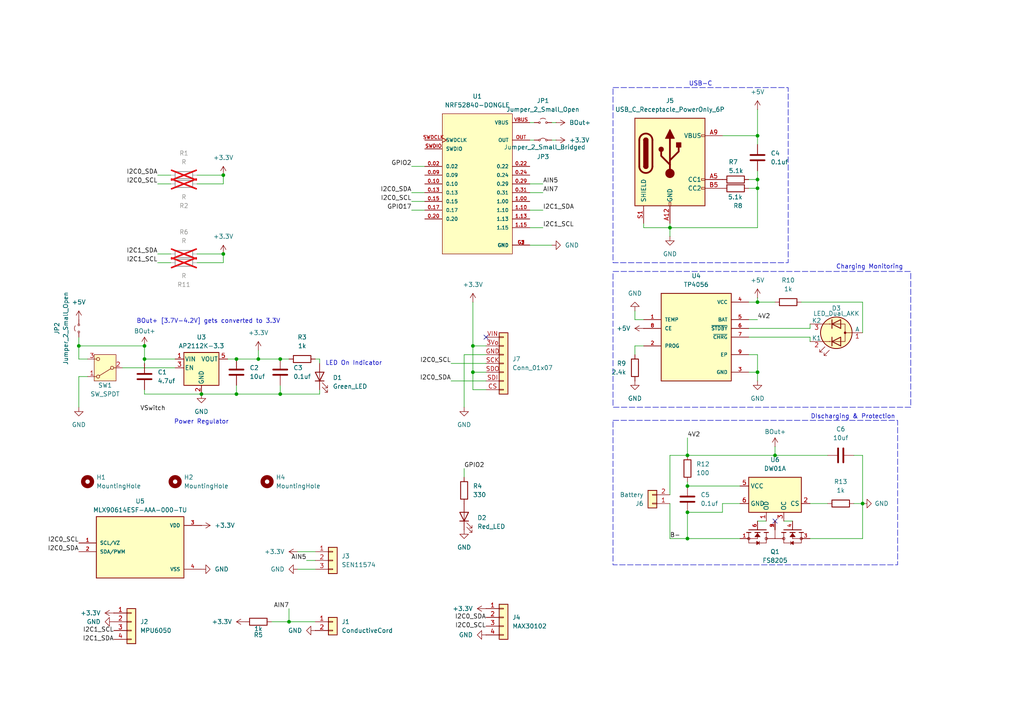
<source format=kicad_sch>
(kicad_sch (version 20231120) (generator "eeschema") (generator_version "8.0")
  (paper "A4")
  (lib_symbols
    (symbol "Battery_Management:DW01A"
      (property "Reference" "U" (at -6.604 6.35 0))
      (property "Value" "DW01A" (at 4.318 6.604 0))
      (symbol "DW01A_0_1"
        (pin output line (at -2.54 -7.62 90) (length 2.54) (name "OD") (number "1"))
        (pin input line (at 10.16 -2.54 180) (length 2.54) (name "CS") (number "2"))
        (pin output line (at 2.54 -7.62 90) (length 2.54) (name "OC") (number "3"))
        (pin power_in line (at -10.16 2.54 0) (length 2.54) (name "VCC") (number "5"))
        (pin power_in line (at -10.16 -2.54 0) (length 2.54) (name "GND") (number "6"))
      )
      (symbol "DW01A_1_1"
        (pin no_connect line (at 10.16 2.54 180) (length 2.54) hide (name "TD") (number "4"))
      )
    )
    (symbol "Connector:USB_C_Receptacle_PowerOnly_6P" (pin_names (offset 1.016))
      (property "Reference" "J" (at 0 16.51 0))
      (property "Value" "USB_C_Receptacle_PowerOnly_6P" (at 0 13.97 0))
      (symbol "USB_C_Receptacle_PowerOnly_6P_1_1"
        (pin passive line (at 0 -17.78 90) (length 5.08) (name "GND") (number "A12"))
        (pin bidirectional line (at 15.24 -5.08 180) (length 5.08) (name "CC1") (number "A5"))
        (pin passive line (at 15.24 7.62 180) (length 5.08) (name "VBUS") (number "A9"))
        (pin passive line (at 0 -17.78 90) (length 5.08) hide (name "GND") (number "B12"))
        (pin bidirectional line (at 15.24 -7.62 180) (length 5.08) (name "CC2") (number "B5"))
        (pin passive line (at 15.24 7.62 180) (length 5.08) hide (name "VBUS") (number "B9"))
        (pin passive line (at -7.62 -17.78 90) (length 5.08) (name "SHIELD") (number "S1"))
      )
    )
    (symbol "Connector_Generic:Conn_01x02" (pin_names (offset 1.016) hide)
      (property "Reference" "J" (at 0 2.54 0))
      (property "Value" "Conn_01x02" (at 0 -5.08 0))
      (symbol "Conn_01x02_1_1"
        (pin passive line (at -5.08 0 0) (length 3.81) (name "Pin_1") (number "1"))
        (pin passive line (at -5.08 -2.54 0) (length 3.81) (name "Pin_2") (number "2"))
      )
    )
    (symbol "Connector_Generic:Conn_01x03" (pin_names (offset 1.016) hide)
      (property "Reference" "J" (at 0 5.08 0))
      (property "Value" "Conn_01x03" (at 0 -5.08 0))
      (symbol "Conn_01x03_1_1"
        (pin passive line (at -5.08 2.54 0) (length 3.81) (name "Pin_1") (number "1"))
        (pin passive line (at -5.08 0 0) (length 3.81) (name "Pin_2") (number "2"))
        (pin passive line (at -5.08 -2.54 0) (length 3.81) (name "Pin_3") (number "3"))
      )
    )
    (symbol "Connector_Generic:Conn_01x04" (pin_names (offset 1.016) hide)
      (property "Reference" "J" (at 0 5.08 0))
      (property "Value" "Conn_01x04" (at 0 -7.62 0))
      (symbol "Conn_01x04_1_1"
        (pin passive line (at -5.08 2.54 0) (length 3.81) (name "Pin_1") (number "1"))
        (pin passive line (at -5.08 0 0) (length 3.81) (name "Pin_2") (number "2"))
        (pin passive line (at -5.08 -2.54 0) (length 3.81) (name "Pin_3") (number "3"))
        (pin passive line (at -5.08 -5.08 0) (length 3.81) (name "Pin_4") (number "4"))
      )
    )
    (symbol "Connector_Generic:Conn_01x07" (pin_names (offset 1.016) hide)
      (property "Reference" "J7" (at 2.54 1.2701 0))
      (property "Value" "Conn_01x07" (at 2.54 -1.2699 0))
      (symbol "Conn_01x07_1_1"
        (pin passive line (at -5.08 5.08 0) (length 3.81) (name "Pin_2") (number "3Vo"))
        (pin passive line (at -5.08 -7.62 0) (length 3.81) (name "Pin_7") (number "CS"))
        (pin passive line (at -5.08 2.54 0) (length 3.81) (name "Pin_3") (number "GND"))
        (pin passive line (at -5.08 0 0) (length 3.81) (name "Pin_4") (number "SCK"))
        (pin passive line (at -5.08 -5.08 0) (length 3.81) (name "Pin_6") (number "SDI"))
        (pin passive line (at -5.08 -2.54 0) (length 3.81) (name "Pin_5") (number "SDO"))
        (pin passive line (at -5.08 7.62 0) (length 3.81) (name "Pin_1") (number "VIN"))
      )
    )
    (symbol "Device:C" (pin_numbers hide) (pin_names (offset 0.254))
      (property "Reference" "C" (at 0.635 2.54 0))
      (property "Value" "C" (at 0.635 -2.54 0))
      (symbol "C_1_1"
        (pin passive line (at 0 3.81 270) (length 2.794) (name "~") (number "1"))
        (pin passive line (at 0 -3.81 90) (length 2.794) (name "~") (number "2"))
      )
    )
    (symbol "Device:LED" (pin_numbers hide) (pin_names (offset 1.016) hide)
      (property "Reference" "D" (at 0 2.54 0))
      (property "Value" "LED" (at 0 -2.54 0))
      (symbol "LED_1_1"
        (pin passive line (at -3.81 0 0) (length 2.54) (name "K") (number "1"))
        (pin passive line (at 3.81 0 180) (length 2.54) (name "A") (number "2"))
      )
    )
    (symbol "Device:LED_Dual_KAK" (pin_names (offset 0))
      (property "Reference" "D3" (at 0.0635 11.43 0))
      (property "Value" "LED_Dual_AKK" (at 0.0635 8.89 0))
      (symbol "LED_Dual_KAK_1_1"
        (pin input line (at -7.62 0 0) (length 3.048) (name "A") (number "1"))
        (pin input line (at 7.62 2.54 180) (length 3.81) (name "K1") (number "2"))
        (pin input line (at 7.62 -2.54 180) (length 3.81) (name "K2") (number "3"))
      )
    )
    (symbol "Device:R" (pin_numbers hide) (pin_names (offset 0))
      (property "Reference" "R" (at 2.032 0 90))
      (property "Value" "R" (at 0 0 90))
      (symbol "R_1_1"
        (pin passive line (at 0 3.81 270) (length 1.27) (name "~") (number "1"))
        (pin passive line (at 0 -3.81 90) (length 1.27) (name "~") (number "2"))
      )
    )
    (symbol "FS8205A:FS8205" (pin_names (offset 1.016))
      (property "Reference" "Q" (at 2.54 2.286 0))
      (property "Value" "FS8205" (at 2.54 -2.032 0))
      (symbol "FS8205_0_0"
        (pin passive line (at 0 -10.16 90) (length 2.54) (name "~") (number "1"))
        (pin passive line (at -5.08 0 0) (length 2.54) (name "~") (number "2"))
        (pin passive line (at 0 10.16 270) (length 2.54) (name "~") (number "3"))
        (pin passive line (at -5.08 5.08 0) (length 2.54) (name "~") (number "4"))
        (pin passive line (at -5.08 0 0) (length 2.54) (name "~") (number "5"))
        (pin passive line (at -5.08 -5.08 0) (length 2.54) (name "~") (number "6"))
      )
    )
    (symbol "Jumper:Jumper_2_Small_Bridged" (pin_numbers hide) (pin_names (offset 0) hide) (exclude_from_sim yes)
      (property "Reference" "JP" (at 0 2.032 0))
      (property "Value" "Jumper_2_Small_Bridged" (at 0 -2.286 0))
      (symbol "Jumper_2_Small_Bridged_1_1"
        (pin passive line (at -2.54 0 0) (length 1.27) (name "A") (number "1"))
        (pin passive line (at 2.54 0 180) (length 1.27) (name "B") (number "2"))
      )
    )
    (symbol "Jumper:Jumper_2_Small_Open" (pin_numbers hide) (pin_names (offset 0) hide) (exclude_from_sim yes)
      (property "Reference" "JP" (at 0 2.794 0))
      (property "Value" "Jumper_2_Small_Open" (at 0 -2.286 0))
      (symbol "Jumper_2_Small_Open_1_1"
        (pin passive line (at -2.54 0 0) (length 1.27) (name "A") (number "1"))
        (pin passive line (at 2.54 0 180) (length 1.27) (name "B") (number "2"))
      )
    )
    (symbol "MLX90614:MLX90614ESF-AAA-000-TU" (pin_names (offset 1.016))
      (property "Reference" "U" (at -12.7 8.382 0))
      (property "Value" "MLX90614ESF-AAA-000-TU" (at -12.7 -12.7 0))
      (symbol "MLX90614ESF-AAA-000-TU_0_0"
        (pin input line (at -17.78 0 0) (length 5.08) (name "SCL/VZ") (number "1"))
        (pin bidirectional line (at -17.78 -2.54 0) (length 5.08) (name "SDA/PWM") (number "2"))
        (pin power_in line (at 17.78 5.08 180) (length 5.08) (name "VDD") (number "3"))
        (pin power_in line (at 17.78 -7.62 180) (length 5.08) (name "VSS") (number "4"))
      )
    )
    (symbol "Mechanical:MountingHole" (pin_names (offset 1.016)) (exclude_from_sim yes) (in_bom no)
      (property "Reference" "H" (at 0 5.08 0))
      (property "Value" "MountingHole" (at 0 3.175 0))
    )
    (symbol "Regulator_Linear:AP2112K-3.3" (pin_names (offset 0.254))
      (property "Reference" "U" (at -5.08 5.715 0))
      (property "Value" "AP2112K-3.3" (at 0 5.715 0))
      (symbol "AP2112K-3.3_1_1"
        (pin power_in line (at -7.62 2.54 0) (length 2.54) (name "VIN") (number "1"))
        (pin power_in line (at 0 -7.62 90) (length 2.54) (name "GND") (number "2"))
        (pin input line (at -7.62 0 0) (length 2.54) (name "EN") (number "3"))
        (pin no_connect line (at 5.08 0 180) (length 2.54) hide (name "NC") (number "4"))
        (pin power_out line (at 7.62 2.54 180) (length 2.54) (name "VOUT") (number "5"))
      )
    )
    (symbol "Switch:SW_SPDT" (pin_names (offset 0) hide)
      (property "Reference" "SW" (at 0 5.08 0))
      (property "Value" "SW_SPDT" (at 0 -5.08 0))
      (symbol "SW_SPDT_1_1"
        (pin passive line (at 5.08 2.54 180) (length 2.54) (name "A") (number "1"))
        (pin passive line (at -5.08 0 0) (length 2.54) (name "B") (number "2"))
        (pin passive line (at 5.08 -2.54 180) (length 2.54) (name "C") (number "3"))
      )
    )
    (symbol "TP4056:TP4056" (pin_names (offset 1.016))
      (property "Reference" "U" (at -10.16 13.208 0))
      (property "Value" "TP4056" (at -10.16 -15.24 0))
      (symbol "TP4056_0_0"
        (pin input line (at -15.24 5.08 0) (length 5.08) (name "TEMP") (number "1"))
        (pin bidirectional line (at -15.24 -2.54 0) (length 5.08) (name "PROG") (number "2"))
        (pin power_in line (at 15.24 -10.16 180) (length 5.08) (name "GND") (number "3"))
        (pin power_in line (at 15.24 10.16 180) (length 5.08) (name "VCC") (number "4"))
        (pin output line (at 15.24 5.08 180) (length 5.08) (name "BAT") (number "5"))
        (pin output line (at 15.24 2.54 180) (length 5.08) (name "~{STDBY}") (number "6"))
        (pin output line (at 15.24 0 180) (length 5.08) (name "~{CHRG}") (number "7"))
        (pin input line (at -15.24 2.54 0) (length 5.08) (name "CE") (number "8"))
        (pin passive line (at 15.24 -5.08 180) (length 5.08) (name "EP") (number "9"))
      )
    )
    (symbol "lunarvitals:NRF52840-DONGLE" (pin_names (offset 1.016))
      (property "Reference" "U" (at -10.16 21.082 0))
      (property "Value" "NRF52840-DONGLE" (at -10.16 -22.86 0))
      (symbol "NRF52840-DONGLE_0_0"
        (pin bidirectional line (at -15.24 5.08 0) (length 5.08) (name "0.02") (number "0.02"))
        (pin bidirectional line (at -15.24 2.54 0) (length 5.08) (name "0.09") (number "0.09"))
        (pin bidirectional line (at -15.24 0 0) (length 5.08) (name "0.10") (number "0.10"))
        (pin bidirectional line (at -15.24 -2.54 0) (length 5.08) (name "0.13") (number "0.13"))
        (pin bidirectional line (at -15.24 -5.08 0) (length 5.08) (name "0.15") (number "0.15"))
        (pin bidirectional line (at -15.24 -7.62 0) (length 5.08) (name "0.17") (number "0.17"))
        (pin bidirectional line (at -15.24 -10.16 0) (length 5.08) (name "0.20") (number "0.20"))
        (pin bidirectional line (at 15.24 5.08 180) (length 5.08) (name "0.22") (number "0.22"))
        (pin bidirectional line (at 15.24 2.54 180) (length 5.08) (name "0.24") (number "0.24"))
        (pin bidirectional line (at 15.24 0 180) (length 5.08) (name "0.29") (number "0.29"))
        (pin bidirectional line (at 15.24 -2.54 180) (length 5.08) (name "0.31") (number "0.31"))
        (pin bidirectional line (at 15.24 -5.08 180) (length 5.08) (name "1.00") (number "1.00"))
        (pin bidirectional line (at 15.24 -7.62 180) (length 5.08) (name "1.10") (number "1.10"))
        (pin bidirectional line (at 15.24 -10.16 180) (length 5.08) (name "1.13") (number "1.13"))
        (pin bidirectional line (at 15.24 -12.7 180) (length 5.08) (name "1.15") (number "1.15"))
        (pin power_in line (at 15.24 -17.78 180) (length 5.08) (name "GND") (number "G1"))
        (pin power_in line (at 15.24 -17.78 180) (length 5.08) (name "GND") (number "G2"))
        (pin power_in line (at 15.24 -17.78 180) (length 5.08) (name "GND") (number "G3"))
        (pin output line (at 15.24 12.7 180) (length 5.08) (name "OUT") (number "OUT"))
        (pin input clock (at -15.24 12.7 0) (length 5.08) (name "SWDCLK") (number "SWDCLK"))
        (pin bidirectional line (at -15.24 10.16 0) (length 5.08) (name "SWDIO") (number "SWDIO"))
        (pin power_in line (at 15.24 17.78 180) (length 5.08) (name "VBUS") (number "VBUS"))
      )
    )
    (symbol "power:+3.3V" (power) (pin_numbers hide) (pin_names (offset 0) hide)
      (property "Value" "+3.3V" (at 0 3.556 0))
      (symbol "+3.3V_1_1"
        (pin power_in line (at 0 0 90) (length 0) (name "~") (number "1"))
      )
    )
    (symbol "power:GND" (power) (pin_numbers hide) (pin_names (offset 0) hide)
      (property "Value" "GND" (at 0 -3.81 0))
      (symbol "GND_1_1"
        (pin power_in line (at 0 0 270) (length 0) (name "~") (number "1"))
      )
    )
  )
  (junction (at 137.16 107.95))
  (junction (at 137.16 100.33))
  (junction (at 219.71 107.95))
  (junction (at 224.79 132.08))
  (junction (at 22.86 100.33))
  (junction (at 64.77 73.66))
  (junction (at 68.58 114.3))
  (junction (at 41.91 100.33))
  (junction (at 199.39 140.97))
  (junction (at 219.71 87.63))
  (junction (at 81.28 114.3))
  (junction (at 219.71 39.37))
  (junction (at 250.19 146.05))
  (junction (at 58.42 114.3))
  (junction (at 199.39 156.21))
  (junction (at 68.58 104.14))
  (junction (at 81.28 104.14))
  (junction (at 64.77 50.8))
  (junction (at 219.71 54.61))
  (junction (at 219.71 52.07))
  (junction (at 74.93 104.14))
  (junction (at 199.39 132.08))
  (junction (at 41.91 104.14))
  (junction (at 194.31 66.04))
  (junction (at 199.39 148.59))
  (junction (at 83.82 180.34))
  (no_connect (at 140.97 97.79))
  (no_connect (at 224.79 151.13))
  (wire (pts (xy 186.69 64.77) (xy 186.69 66.04)))
  (wire (pts (xy 219.71 87.63) (xy 217.17 87.63)))
  (wire (pts (xy 217.17 92.71) (xy 219.71 92.71)))
  (wire (pts (xy 137.16 100.33) (xy 140.97 100.33)))
  (wire (pts (xy 134.62 102.87) (xy 134.62 118.11)))
  (wire (pts (xy 219.71 87.63) (xy 224.79 87.63)))
  (wire (pts (xy 217.17 97.79) (xy 234.95 97.79)))
  (wire (pts (xy 184.15 100.33) (xy 184.15 102.87)))
  (wire (pts (xy 219.71 66.04) (xy 194.31 66.04)))
  (wire (pts (xy 81.28 111.76) (xy 81.28 114.3)))
  (wire (pts (xy 140.97 107.95) (xy 137.16 107.95)))
  (wire (pts (xy 250.19 146.05) (xy 247.65 146.05)))
  (wire (pts (xy 22.86 104.14) (xy 22.86 100.33)))
  (wire (pts (xy 68.58 104.14) (xy 74.93 104.14)))
  (wire (pts (xy 250.19 87.63) (xy 250.19 96.52)))
  (wire (pts (xy 153.67 53.34) (xy 157.48 53.34)))
  (wire (pts (xy 130.81 110.49) (xy 140.97 110.49)))
  (wire (pts (xy 41.91 100.33) (xy 41.91 104.14)))
  (wire (pts (xy 140.97 102.87) (xy 134.62 102.87)))
  (wire (pts (xy 88.9 162.56) (xy 91.44 162.56)))
  (wire (pts (xy 250.19 132.08) (xy 250.19 146.05)))
  (wire (pts (xy 81.28 104.14) (xy 83.82 104.14)))
  (wire (pts (xy 217.17 107.95) (xy 219.71 107.95)))
  (wire (pts (xy 184.15 90.17) (xy 184.15 92.71)))
  (wire (pts (xy 45.72 53.34) (xy 49.53 53.34)))
  (wire (pts (xy 199.39 140.97) (xy 214.63 140.97)))
  (wire (pts (xy 22.86 109.22) (xy 22.86 118.11)))
  (wire (pts (xy 219.71 31.75) (xy 219.71 39.37)))
  (wire (pts (xy 224.79 129.54) (xy 224.79 132.08)))
  (wire (pts (xy 35.56 106.68) (xy 50.8 106.68)))
  (wire (pts (xy 194.31 132.08) (xy 199.39 132.08)))
  (wire (pts (xy 45.72 73.66) (xy 49.53 73.66)))
  (wire (pts (xy 186.69 100.33) (xy 184.15 100.33)))
  (wire (pts (xy 219.71 86.36) (xy 219.71 87.63)))
  (wire (pts (xy 64.77 76.2) (xy 64.77 73.66)))
  (wire (pts (xy 153.67 71.12) (xy 160.02 71.12)))
  (wire (pts (xy 232.41 87.63) (xy 250.19 87.63)))
  (wire (pts (xy 92.71 113.03) (xy 92.71 114.3)))
  (wire (pts (xy 119.38 60.96) (xy 123.19 60.96)))
  (wire (pts (xy 41.91 104.14) (xy 50.8 104.14)))
  (wire (pts (xy 83.82 180.34) (xy 91.44 180.34)))
  (wire (pts (xy 209.55 39.37) (xy 219.71 39.37)))
  (wire (pts (xy 199.39 132.08) (xy 224.79 132.08)))
  (wire (pts (xy 194.31 156.21) (xy 199.39 156.21)))
  (wire (pts (xy 219.71 102.87) (xy 219.71 107.95)))
  (wire (pts (xy 45.72 50.8) (xy 49.53 50.8)))
  (wire (pts (xy 219.71 39.37) (xy 219.71 41.91)))
  (wire (pts (xy 25.4 104.14) (xy 22.86 104.14)))
  (wire (pts (xy 227.33 151.13) (xy 229.87 151.13)))
  (wire (pts (xy 153.67 66.04) (xy 157.48 66.04)))
  (wire (pts (xy 199.39 140.97) (xy 199.39 139.7)))
  (wire (pts (xy 41.91 114.3) (xy 58.42 114.3)))
  (wire (pts (xy 153.67 60.96) (xy 157.48 60.96)))
  (wire (pts (xy 91.44 104.14) (xy 92.71 104.14)))
  (wire (pts (xy 74.93 104.14) (xy 74.93 101.6)))
  (wire (pts (xy 186.69 66.04) (xy 194.31 66.04)))
  (wire (pts (xy 134.62 135.89) (xy 134.62 138.43)))
  (wire (pts (xy 234.95 93.98) (xy 234.95 95.25)))
  (wire (pts (xy 78.74 180.34) (xy 83.82 180.34)))
  (wire (pts (xy 57.15 76.2) (xy 64.77 76.2)))
  (wire (pts (xy 81.28 114.3) (xy 68.58 114.3)))
  (wire (pts (xy 74.93 104.14) (xy 81.28 104.14)))
  (wire (pts (xy 57.15 53.34) (xy 64.77 53.34)))
  (wire (pts (xy 194.31 66.04) (xy 194.31 68.58)))
  (wire (pts (xy 219.71 54.61) (xy 219.71 66.04)))
  (wire (pts (xy 92.71 104.14) (xy 92.71 105.41)))
  (wire (pts (xy 41.91 100.33) (xy 22.86 100.33)))
  (wire (pts (xy 57.15 50.8) (xy 64.77 50.8)))
  (wire (pts (xy 68.58 114.3) (xy 58.42 114.3)))
  (wire (pts (xy 160.02 40.64) (xy 161.29 40.64)))
  (wire (pts (xy 154.94 35.56) (xy 153.67 35.56)))
  (wire (pts (xy 234.95 146.05) (xy 240.03 146.05)))
  (wire (pts (xy 184.15 92.71) (xy 186.69 92.71)))
  (wire (pts (xy 247.65 132.08) (xy 250.19 132.08)))
  (wire (pts (xy 66.04 104.14) (xy 68.58 104.14)))
  (wire (pts (xy 209.55 148.59) (xy 199.39 148.59)))
  (wire (pts (xy 234.95 97.79) (xy 234.95 99.06)))
  (wire (pts (xy 217.17 52.07) (xy 219.71 52.07)))
  (wire (pts (xy 45.72 76.2) (xy 49.53 76.2)))
  (wire (pts (xy 41.91 104.14) (xy 41.91 105.41)))
  (wire (pts (xy 250.19 156.21) (xy 250.19 146.05)))
  (wire (pts (xy 194.31 146.05) (xy 194.31 156.21)))
  (wire (pts (xy 194.31 132.08) (xy 194.31 143.51)))
  (wire (pts (xy 119.38 48.26) (xy 123.19 48.26)))
  (wire (pts (xy 137.16 87.63) (xy 137.16 100.33)))
  (wire (pts (xy 219.71 52.07) (xy 219.71 54.61)))
  (wire (pts (xy 209.55 146.05) (xy 209.55 148.59)))
  (wire (pts (xy 119.38 58.42) (xy 123.19 58.42)))
  (wire (pts (xy 119.38 55.88) (xy 123.19 55.88)))
  (wire (pts (xy 217.17 102.87) (xy 219.71 102.87)))
  (wire (pts (xy 199.39 148.59) (xy 199.39 156.21)))
  (wire (pts (xy 86.36 160.02) (xy 91.44 160.02)))
  (wire (pts (xy 22.86 97.79) (xy 22.86 100.33)))
  (wire (pts (xy 86.36 165.1) (xy 91.44 165.1)))
  (wire (pts (xy 25.4 109.22) (xy 22.86 109.22)))
  (wire (pts (xy 153.67 40.64) (xy 154.94 40.64)))
  (wire (pts (xy 83.82 176.53) (xy 83.82 180.34)))
  (wire (pts (xy 219.71 151.13) (xy 222.25 151.13)))
  (wire (pts (xy 57.15 73.66) (xy 64.77 73.66)))
  (wire (pts (xy 199.39 127) (xy 199.39 132.08)))
  (wire (pts (xy 217.17 95.25) (xy 234.95 95.25)))
  (wire (pts (xy 41.91 113.03) (xy 41.91 114.3)))
  (wire (pts (xy 130.81 105.41) (xy 140.97 105.41)))
  (wire (pts (xy 214.63 146.05) (xy 209.55 146.05)))
  (wire (pts (xy 219.71 107.95) (xy 219.71 110.49)))
  (wire (pts (xy 199.39 156.21) (xy 214.63 156.21)))
  (wire (pts (xy 194.31 66.04) (xy 194.31 64.77)))
  (wire (pts (xy 153.67 55.88) (xy 157.48 55.88)))
  (wire (pts (xy 160.02 35.56) (xy 161.29 35.56)))
  (wire (pts (xy 219.71 49.53) (xy 219.71 52.07)))
  (wire (pts (xy 224.79 132.08) (xy 240.03 132.08)))
  (wire (pts (xy 137.16 113.03) (xy 137.16 107.95)))
  (wire (pts (xy 92.71 114.3) (xy 81.28 114.3)))
  (wire (pts (xy 68.58 111.76) (xy 68.58 114.3)))
  (wire (pts (xy 140.97 113.03) (xy 137.16 113.03)))
  (wire (pts (xy 217.17 54.61) (xy 219.71 54.61)))
  (wire (pts (xy 64.77 53.34) (xy 64.77 50.8)))
  (wire (pts (xy 137.16 107.95) (xy 137.16 100.33)))
  (wire (pts (xy 234.95 156.21) (xy 250.19 156.21)))
  (rectangle (start 177.8 121.92) (end 260.35 163.83) (stroke (width 0) (type dash)))
  (rectangle (start 177.8 25.4) (end 228.6 76.2) (stroke (width 0) (type dash)))
  (rectangle (start 177.8 78.74) (end 264.16 118.11) (stroke (width 0) (type dash)))
  (text "BOut+ [3.7V-4.2V] gets converted to 3.3V" (at 60.452 93.218 0) (effects (font (size 1.27 1.27))))
  (text "DIscharging & Protection" (at 247.396 120.904 0) (effects (font (size 1.27 1.27))))
  (text "USB-C" (at 203.2 24.384 0) (effects (font (size 1.27 1.27))))
  (text "LED On Indicator\n" (at 102.616 105.41 0) (effects (font (size 1.27 1.27))))
  (text "Power Regulator" (at 58.42 122.428 0) (effects (font (size 1.27 1.27))))
  (text "Charging Monitoring\n" (at 252.222 77.47 0) (effects (font (size 1.27 1.27))))
  (label "I2C0_SDA" (at 45.72 50.8 180))
  (label "4V2" (at 219.71 92.71 0))
  (label "GPIO2" (at 119.38 48.26 180))
  (label "I2C1_SDA" (at 45.72 73.66 180))
  (label "I2C1_SDA" (at 33.02 185.42 180))
  (label "VSwitch" (at 40.64 119.38 0))
  (label "I2C0_SDA" (at 130.81 110.49 180))
  (label "GPIO2" (at 134.62 135.89 0))
  (label "I2C0_SCL" (at 130.81 105.41 180))
  (label "I2C1_SDA" (at 157.48 60.96 0))
  (label "AIN5" (at 88.9 162.56 180))
  (label "GPIO17" (at 119.38 60.96 180))
  (label "AIN7" (at 157.48 55.88 0))
  (label "4V2" (at 199.39 127 0))
  (label "I2C1_SCL" (at 33.02 182.88 180))
  (label "I2C1_SCL" (at 45.72 76.2 180))
  (label "I2C0_SDA" (at 119.38 55.88 180))
  (label "AIN7" (at 83.82 176.53 180))
  (label "I2C0_SCL" (at 140.97 181.61 180))
  (label "I2C1_SCL" (at 157.48 66.04 0))
  (label "I2C0_SCL" (at 119.38 58.42 180))
  (label "I2C0_SCL" (at 45.72 53.34 180))
  (label "B-" (at 194.31 156.21 0))
  (label "I2C0_SDA" (at 140.97 179.07 180))
  (label "I2C0_SCL" (at 22.86 157.48 180))
  (label "AIN5" (at 157.48 53.34 0))
  (label "I2C0_SDA" (at 22.86 160.02 180))
  (symbol (lib_id "Device:R") (at 53.34 53.34 270) (mirror x) (unit 1) (in_bom no) (dnp yes)
    (property "Reference" "R2" (at 53.34 59.69 90))
    (property "Value" "R" (at 53.34 57.15 90))
    (property "Footprint" "Resistor_SMD:R_0805_2012Metric_Pad1.20x1.40mm_HandSolder" (effects (hide yes)))
    (property "Description" "Resistor" (effects (hide yes)))
  )
  (symbol (lib_id "power:GND") (at 134.62 118.11 0) (unit 1)
    (property "Reference" "#PWR030" (effects (hide yes)))
    (property "Value" "GND" (at 134.62 123.19 0))
    (property "Description" "Power symbol creates a global label with name \"GND\" , ground" (effects (hide yes)))
  )
  (symbol (lib_id "power:+3.3V") (at 74.93 101.6 0) (unit 1)
    (property "Reference" "#PWR013" (effects (hide yes)))
    (property "Value" "+3.3V" (at 74.93 96.52 0))
    (property "Description" "Power symbol creates a global label with name \"+3.3V\"" (effects (hide yes)))
  )
  (symbol (lib_id "Device:LED") (at 134.62 149.86 90) (unit 1) (in_bom no)
    (property "Reference" "D2" (at 138.43 150.1774 90) (effects (justify right)))
    (property "Value" "Red_LED" (at 138.43 152.7174 90) (effects (justify right)))
    (property "Footprint" "LED_THT:LED_D3.0mm" (effects (hide yes)))
    (property "Description" "Light emitting diode" (effects (hide yes)))
  )
  (symbol (lib_id "Device:R") (at 53.34 76.2 270) (mirror x) (unit 1) (in_bom no) (dnp yes)
    (property "Reference" "R11" (at 53.34 82.55 90))
    (property "Value" "R" (at 53.34 80.01 90))
    (property "Footprint" "Resistor_SMD:R_0805_2012Metric_Pad1.20x1.40mm_HandSolder" (effects (hide yes)))
    (property "Description" "Resistor" (effects (hide yes)))
  )
  (symbol (lib_id "Mechanical:MountingHole") (at 77.47 139.7 0) (unit 1) (exclude_from_sim yes) (in_bom no)
    (property "Reference" "H4" (at 80.01 138.4299 0) (effects (justify left)))
    (property "Value" "MountingHole" (at 80.01 140.9699 0) (effects (justify left)))
    (property "Footprint" "MountingHole:MountingHole_2.2mm_M2" (effects (hide yes)))
    (property "Description" "Mounting Hole without connection" (effects (hide yes)))
  )
  (symbol (lib_id "Mechanical:MountingHole") (at 25.4 139.7 0) (unit 1) (exclude_from_sim yes) (in_bom no)
    (property "Reference" "H1" (at 27.94 138.4299 0) (effects (justify left)))
    (property "Value" "MountingHole" (at 27.94 140.9699 0) (effects (justify left)))
    (property "Footprint" "MountingHole:MountingHole_2.2mm_M2" (effects (hide yes)))
    (property "Description" "Mounting Hole without connection" (effects (hide yes)))
  )
  (symbol (lib_id "Device:R") (at 184.15 106.68 0) (mirror y) (unit 1)
    (property "Reference" "R9" (at 181.61 105.4099 0) (effects (justify left)))
    (property "Value" "2.4k" (at 181.61 107.9499 0) (effects (justify left)))
    (property "Footprint" "Resistor_SMD:R_0402_1005Metric" (effects (hide yes)))
    (property "Description" "Resistor" (effects (hide yes)))
    (property "LCSC" "C22940" (effects (hide yes)))
  )
  (symbol (lib_id "MLX90614:MLX90614ESF-AAA-000-TU") (at 40.64 157.48 0) (unit 1) (in_bom no)
    (property "Reference" "U5" (at 40.64 145.3712 0))
    (property "Value" "MLX90614ESF-AAA-000-TU" (at 40.64 147.9112 0))
    (property "Footprint" "MLX90614ESF-AAA-000-TU:TO254P912H435-4" (effects (hide yes)))
    (property "MF" "Melexis" (effects (hide yes)))
    (property "MAXIMUM_PACKAGE_HEIGHT" "4.35mm" (effects (hide yes)))
    (property "Package" "TO-39-4 Melexis" (effects (hide yes)))
    (property "Price" "None" (effects (hide yes)))
    (property "Check_prices" "https://www.snapeda.com/parts/MLX90614ESF-AAA-000-TU/Melexis/view-part/?ref=eda" (effects (hide yes)))
    (property "STANDARD" "IPC-7351B" (effects (hide yes)))
    (property "PARTREV" "13" (effects (hide yes)))
    (property "SnapEDA_Link" "https://www.snapeda.com/parts/MLX90614ESF-AAA-000-TU/Melexis/view-part/?ref=snap" (effects (hide yes)))
    (property "MP" "MLX90614ESF-AAA-000-TU" (effects (hide yes)))
    (property "Description_1" "\n                        \n                            single pixel, 5V, standard acc., 90deg FOV\n                        \n" (effects (hide yes)))
    (property "Availability" "In Stock" (effects (hide yes)))
    (property "MANUFACTURER" "Melexis" (effects (hide yes)))
  )
  (symbol (lib_id "Switch:SW_SPDT") (at 30.48 106.68 180) (unit 1)
    (property "Reference" "SW1" (at 30.48 111.76 0))
    (property "Value" "SW_SPDT" (at 30.48 114.3 0))
    (property "Footprint" "Button_Switch_THT:SW_Slide_SPDT_Angled_CK_OS102011MA1Q" (effects (hide yes)))
    (property "Datasheet" "https://www.lcsc.com/datasheet/lcsc_datasheet_2409302203_C-K-OS102011MA1QN1_C226259.pdf" (effects (hide yes)))
    (property "Description" "Switch, single pole double throw" (effects (hide yes)))
    (property "LCSC" "C226259" (effects (hide yes)))
  )
  (symbol (lib_id "power:+3.3V") (at 58.42 152.4 270) (unit 1)
    (property "Reference" "#PWR06" (effects (hide yes)))
    (property "Value" "+3.3V" (at 62.23 152.3999 90) (effects (justify left)))
    (property "Description" "Power symbol creates a global label with name \"+3.3V\"" (effects (hide yes)))
  )
  (symbol (lib_id "Device:R") (at 228.6 87.63 90) (unit 1)
    (property "Reference" "R10" (at 228.6 81.28 90))
    (property "Value" "1k" (at 228.6 83.82 90))
    (property "Footprint" "Resistor_SMD:R_0402_1005Metric" (effects (hide yes)))
    (property "Description" "Resistor" (effects (hide yes)))
    (property "LCSC" "C11702" (effects (hide yes)))
  )
  (symbol (lib_id "Connector_Generic:Conn_01x02") (at 96.52 180.34 0) (unit 1)
    (property "Reference" "J1" (at 99.06 180.3399 0) (effects (justify left)))
    (property "Value" "ConductiveCord" (at 99.06 182.8799 0) (effects (justify left)))
    (property "Footprint" "Connector_JST:JST_XH_B2B-XH-A_1x02_P2.50mm_Vertical" (effects (hide yes)))
    (property "Description" "Generic connector, single row, 01x02, script generated (kicad-library-utils/schlib/autogen/connector/)" (effects (hide yes)))
    (property "LCSC" "C158012" (effects (hide yes)))
  )
  (symbol (lib_id "power:+3.3V") (at 33.02 177.8 90) (unit 1)
    (property "Reference" "#PWR08" (effects (hide yes)))
    (property "Value" "+3.3V" (at 29.21 177.7999 90) (effects (justify left)))
    (property "Description" "Power symbol creates a global label with name \"+3.3V\"" (effects (hide yes)))
  )
  (symbol (lib_id "power:+3.3V") (at 186.69 95.25 90) (unit 1)
    (property "Reference" "#PWR024" (effects (hide yes)))
    (property "Value" "+5V" (at 182.88 95.2499 90) (effects (justify left)))
    (property "Description" "Power symbol creates a global label with name \"+3.3V\"" (effects (hide yes)))
  )
  (symbol (lib_id "power:+3.3V") (at 161.29 35.56 270) (unit 1)
    (property "Reference" "#PWR02" (effects (hide yes)))
    (property "Value" "BOut+" (at 165.1 35.56 90) (effects (justify left)))
    (property "Description" "Power symbol creates a global label with name \"+3.3V\"" (effects (hide yes)))
  )
  (symbol (lib_id "power:GND") (at 58.42 165.1 90) (unit 1)
    (property "Reference" "#PWR07" (effects (hide yes)))
    (property "Value" "GND" (at 62.23 165.1001 90) (effects (justify right)))
    (property "Description" "Power symbol creates a global label with name \"GND\" , ground" (effects (hide yes)))
  )
  (symbol (lib_id "lunarvitals:NRF52840-DONGLE") (at 138.43 53.34 0) (unit 1) (in_bom no)
    (property "Reference" "U1" (at 138.43 27.94 0))
    (property "Value" "NRF52840-DONGLE" (at 138.43 30.48 0))
    (property "Footprint" "lunarvitals:MODULE_NRF52840-DONGLE" (effects (hide yes)))
    (property "MF" "Nordic Semiconductor" (effects (hide yes)))
    (property "MAXIMUM_PACKAGE_HEIGHT" "N/A" (effects (hide yes)))
    (property "Package" "None" (effects (hide yes)))
    (property "Price" "None" (effects (hide yes)))
    (property "Check_prices" "https://www.snapeda.com/parts/NRF52840-DONGLE/Nordic+Power/view-part/?ref=eda" (effects (hide yes)))
    (property "STANDARD" "Manufacturer Recommendations" (effects (hide yes)))
    (property "PARTREV" "1.1" (effects (hide yes)))
    (property "SnapEDA_Link" "https://www.snapeda.com/parts/NRF52840-DONGLE/Nordic+Power/view-part/?ref=snap" (effects (hide yes)))
    (property "MP" "NRF52840-DONGLE" (effects (hide yes)))
    (property "Description_1" "\n                        \n                            nRF52840 - Transceiver; 802.15.4 (Thread, Zigbee®), ANT, Bluetooth® 5.x (BLE) 2.4GHz Evaluation Board\n                        \n" (effects (hide yes)))
    (property "Availability" "In Stock" (effects (hide yes)))
    (property "MANUFACTURER" "Nordic semiconductor" (effects (hide yes)))
  )
  (symbol (lib_id "power:GND") (at 140.97 184.15 270) (unit 1)
    (property "Reference" "#PWR020" (effects (hide yes)))
    (property "Value" "GND" (at 137.16 184.1499 90) (effects (justify right)))
    (property "Description" "Power symbol creates a global label with name \"GND\" , ground" (effects (hide yes)))
  )
  (symbol (lib_id "Connector_Generic:Conn_01x04") (at 38.1 180.34 0) (unit 1)
    (property "Reference" "J2" (at 40.64 180.3399 0) (effects (justify left)))
    (property "Value" "MPU6050" (at 40.64 182.8799 0) (effects (justify left)))
    (property "Footprint" "Connector_JST:JST_XH_B4B-XH-A_1x04_P2.50mm_Vertical" (effects (hide yes)))
    (property "Description" "JST XA Header Through-hole type" (effects (hide yes)))
    (property "LCSC" "C144395" (effects (hide yes)))
  )
  (symbol (lib_id "power:GND") (at 33.02 180.34 270) (unit 1)
    (property "Reference" "#PWR05" (effects (hide yes)))
    (property "Value" "GND" (at 29.21 180.3399 90) (effects (justify right)))
    (property "Description" "Power symbol creates a global label with name \"GND\" , ground" (effects (hide yes)))
  )
  (symbol (lib_id "Device:R") (at 134.62 142.24 0) (unit 1)
    (property "Reference" "R4" (at 137.16 140.9699 0) (effects (justify left)))
    (property "Value" "330" (at 137.16 143.5099 0) (effects (justify left)))
    (property "Footprint" "Resistor_SMD:R_0402_1005Metric" (effects (hide yes)))
    (property "Description" "Resistor" (effects (hide yes)))
    (property "LCSC" "C12246" (effects (hide yes)))
  )
  (symbol (lib_id "Device:R") (at 213.36 54.61 90) (mirror x) (unit 1)
    (property "Reference" "R8" (at 215.392 59.69 90) (effects (justify left)))
    (property "Value" "5.1k" (at 215.392 57.15 90) (effects (justify left)))
    (property "Footprint" "Resistor_SMD:R_0402_1005Metric" (effects (hide yes)))
    (property "Description" "Resistor" (effects (hide yes)))
    (property "LCSC" "C25905" (effects (hide yes)))
  )
  (symbol (lib_id "power:+3.3V") (at 86.36 160.02 90) (unit 1)
    (property "Reference" "#PWR015" (effects (hide yes)))
    (property "Value" "+3.3V" (at 82.55 160.0199 90) (effects (justify left)))
    (property "Description" "Power symbol creates a global label with name \"+3.3V\"" (effects (hide yes)))
  )
  (symbol (lib_id "power:GND") (at 58.42 114.3 0) (unit 1)
    (property "Reference" "#PWR010" (effects (hide yes)))
    (property "Value" "GND" (at 58.42 119.38 0))
    (property "Description" "Power symbol creates a global label with name \"GND\" , ground" (effects (hide yes)))
  )
  (symbol (lib_id "TP4056:TP4056") (at 201.93 97.79 0) (unit 1)
    (property "Reference" "U4" (at 201.93 80.01 0))
    (property "Value" "TP4056" (at 201.93 82.55 0))
    (property "Footprint" "TP4056:SOP127P600X175-9N" (effects (hide yes)))
    (property "MF" "NanJing Top Power ASIC Corp." (effects (hide yes)))
    (property "MAXIMUM_PACKAGE_HEIGHT" "1.75mm" (effects (hide yes)))
    (property "Package" "Package" (effects (hide yes)))
    (property "Price" "None" (effects (hide yes)))
    (property "Check_prices" "https://www.snapeda.com/parts/TP4056/NanJing+Top+Power+ASIC+Corp./view-part/?ref=eda" (effects (hide yes)))
    (property "STANDARD" "IPC 7351B" (effects (hide yes)))
    (property "SnapEDA_Link" "https://www.snapeda.com/parts/TP4056/NanJing+Top+Power+ASIC+Corp./view-part/?ref=snap" (effects (hide yes)))
    (property "MP" "TP4056" (effects (hide yes)))
    (property "Description_1" "\n                        \n                            Complete single cell Li-Ion battery with a constant current / constant voltage linear charger\n                        \n" (effects (hide yes)))
    (property "Availability" "Not in stock" (effects (hide yes)))
    (property "MANUFACTURER" "NanJing Top Power ASIC Corp." (effects (hide yes)))
    (property "LCSC" "C16581" (effects (hide yes)))
  )
  (symbol (lib_id "Device:R") (at 53.34 73.66 90) (unit 1) (in_bom no) (dnp yes)
    (property "Reference" "R6" (at 53.34 67.31 90))
    (property "Value" "R" (at 53.34 69.85 90))
    (property "Footprint" "Resistor_SMD:R_0805_2012Metric_Pad1.20x1.40mm_HandSolder" (effects (hide yes)))
    (property "Description" "Resistor" (effects (hide yes)))
  )
  (symbol (lib_id "power:+3.3V") (at 219.71 86.36 0) (unit 1)
    (property "Reference" "#PWR027" (effects (hide yes)))
    (property "Value" "+5V" (at 219.71 81.28 0))
    (property "Description" "Power symbol creates a global label with name \"+3.3V\"" (effects (hide yes)))
  )
  (symbol (lib_id "power:+3.3V") (at 219.71 31.75 0) (unit 1)
    (property "Reference" "#PWR017" (effects (hide yes)))
    (property "Value" "+5V" (at 219.71 26.67 0))
    (property "Description" "Power symbol creates a global label with name \"+3.3V\"" (effects (hide yes)))
  )
  (symbol (lib_id "power:+3.3V") (at 22.86 92.71 0) (unit 1)
    (property "Reference" "#PWR032" (effects (hide yes)))
    (property "Value" "+5V" (at 22.86 87.63 0))
    (property "Description" "Power symbol creates a global label with name \"+3.3V\"" (effects (hide yes)))
  )
  (symbol (lib_id "power:+3.3V") (at 64.77 50.8 0) (unit 1)
    (property "Reference" "#PWR09" (effects (hide yes)))
    (property "Value" "+3.3V" (at 64.77 45.72 0))
    (property "Description" "Power symbol creates a global label with name \"+3.3V\"" (effects (hide yes)))
  )
  (symbol (lib_id "Connector:USB_C_Receptacle_PowerOnly_6P") (at 194.31 46.99 0) (unit 1)
    (property "Reference" "J5" (at 194.31 29.21 0))
    (property "Value" "USB_C_Receptacle_PowerOnly_6P" (at 194.31 31.75 0))
    (property "Footprint" "Connector_USB:USB_C_Receptacle_GCT_USB4125-xx-x-0190_6P_TopMnt_Horizontal" (effects (hide yes)))
    (property "Datasheet" "https://www.usb.org/sites/default/files/documents/usb_type-c.zip" (effects (hide yes)))
    (property "Description" "USB Power-Only 6P Type-C Receptacle connector" (effects (hide yes)))
    (property "LCSC" "C668623" (effects (hide yes)))
  )
  (symbol (lib_id "power:GND") (at 250.19 146.05 90) (unit 1)
    (property "Reference" "#PWR028" (effects (hide yes)))
    (property "Value" "GND" (at 253.6522 146.0499 90) (effects (justify right)))
    (property "Description" "Power symbol creates a global label with name \"GND\" , ground" (effects (hide yes)))
  )
  (symbol (lib_id "Device:C") (at 243.84 132.08 90) (unit 1)
    (property "Reference" "C6" (at 243.84 124.46 90))
    (property "Value" "10uf" (at 243.84 127 90))
    (property "Footprint" "Capacitor_SMD:C_0402_1005Metric" (effects (hide yes)))
    (property "Description" "Unpolarized capacitor" (effects (hide yes)))
    (property "LCSC" "C15525" (effects (hide yes)))
  )
  (symbol (lib_id "Device:R") (at 53.34 50.8 90) (unit 1) (in_bom no) (dnp yes)
    (property "Reference" "R1" (at 53.34 44.45 90))
    (property "Value" "R" (at 53.34 46.99 90))
    (property "Footprint" "Resistor_SMD:R_0805_2012Metric_Pad1.20x1.40mm_HandSolder" (effects (hide yes)))
    (property "Description" "Resistor" (effects (hide yes)))
  )
  (symbol (lib_id "power:GND") (at 184.15 90.17 180) (unit 1)
    (property "Reference" "#PWR025" (effects (hide yes)))
    (property "Value" "GND" (at 184.15 85.09 0))
    (property "Description" "Power symbol creates a global label with name \"GND\" , ground" (effects (hide yes)))
  )
  (symbol (lib_id "Device:LED_Dual_KAK") (at 242.57 96.52 180) (unit 1)
    (property "Reference" "D3" (at 242.57 89.408 0))
    (property "Value" "LED_Dual_AKK" (at 242.57 90.932 0))
    (property "Footprint" "lunar_vitals_custom:KB APBA3010SURKCGKC-GX" (effects (hide yes)))
    (property "Description" "Dual LED, common anode on pin 1" (effects (hide yes)))
    (property "LCSC" "C5875732" (effects (hide yes)))
  )
  (symbol (lib_id "Battery_Management:DW01A") (at 224.79 143.51 0) (unit 1)
    (property "Reference" "U6" (at 224.79 133.35 0))
    (property "Value" "DW01A" (at 224.79 135.89 0))
    (property "Footprint" "Package_TO_SOT_SMD:SOT-23-6" (effects (hide yes)))
    (property "Datasheet" "https://hmsemi.com/downfile/DW01A.PDF" (effects (hide yes)))
    (property "Description" "Overcharge, overcurrent and overdischarge protection IC for single cell lithium-ion/polymer battery" (effects (hide yes)))
    (property "LCSC" "C2927799" (effects (hide yes)))
  )
  (symbol (lib_id "Device:R") (at 74.93 180.34 90) (mirror x) (unit 1)
    (property "Reference" "R5" (at 74.93 184.15 90))
    (property "Value" "1k" (at 74.93 182.372 90))
    (property "Footprint" "Resistor_SMD:R_0402_1005Metric" (effects (hide yes)))
    (property "Description" "Resistor" (effects (hide yes)))
    (property "LCSC" "C11702" (effects (hide yes)))
  )
  (symbol (lib_id "power:GND") (at 184.15 110.49 0) (unit 1)
    (property "Reference" "#PWR018" (effects (hide yes)))
    (property "Value" "GND" (at 184.15 115.57 0))
    (property "Description" "Power symbol creates a global label with name \"GND\" , ground" (effects (hide yes)))
  )
  (symbol (lib_id "Connector_Generic:Conn_01x02") (at 189.23 146.05 180) (unit 1)
    (property "Reference" "J6" (at 186.69 146.0501 0) (effects (justify left)))
    (property "Value" "Battery" (at 186.69 143.5101 0) (effects (justify left)))
    (property "Footprint" "SM02B-SRSS-TB_LF__SN_:SM02B-SRSS-TB_LF__SN_" (effects (hide yes)))
    (property "Description" "Generic connector, single row, 01x02, script generated (kicad-library-utils/schlib/autogen/connector/)" (effects (hide yes)))
    (property "LCSC" "C160402" (effects (hide yes)))
  )
  (symbol (lib_id "Connector_Generic:Conn_01x04") (at 146.05 179.07 0) (unit 1)
    (property "Reference" "J4" (at 148.59 179.0699 0) (effects (justify left)))
    (property "Value" "MAX30102" (at 148.59 181.6099 0) (effects (justify left)))
    (property "Footprint" "Connector_JST:JST_XH_B4B-XH-A_1x04_P2.50mm_Vertical" (effects (hide yes)))
    (property "Description" "JST XA Header Through-hole type" (effects (hide yes)))
    (property "LCSC" "C144395" (effects (hide yes)))
  )
  (symbol (lib_id "power:+3.3V") (at 41.91 100.33 0) (unit 1)
    (property "Reference" "#PWR021" (effects (hide yes)))
    (property "Value" "BOut+" (at 38.862 96.012 0) (effects (justify left)))
    (property "Description" "Power symbol creates a global label with name \"+3.3V\"" (effects (hide yes)))
  )
  (symbol (lib_id "power:+3.3V") (at 140.97 176.53 90) (unit 1)
    (property "Reference" "#PWR012" (effects (hide yes)))
    (property "Value" "+3.3V" (at 137.16 176.5299 90) (effects (justify left)))
    (property "Description" "Power symbol creates a global label with name \"+3.3V\"" (effects (hide yes)))
  )
  (symbol (lib_id "power:+3.3V") (at 64.77 73.66 0) (unit 1)
    (property "Reference" "#PWR031" (effects (hide yes)))
    (property "Value" "+3.3V" (at 64.77 68.58 0))
    (property "Description" "Power symbol creates a global label with name \"+3.3V\"" (effects (hide yes)))
  )
  (symbol (lib_id "power:+3.3V") (at 224.79 129.54 0) (unit 1)
    (property "Reference" "#PWR029" (effects (hide yes)))
    (property "Value" "BOut+" (at 221.742 125.222 0) (effects (justify left)))
    (property "Description" "Power symbol creates a global label with name \"+3.3V\"" (effects (hide yes)))
  )
  (symbol (lib_id "power:GND") (at 194.31 68.58 0) (unit 1)
    (property "Reference" "#PWR03" (effects (hide yes)))
    (property "Value" "GND" (at 194.31 73.66 0))
    (property "Description" "Power symbol creates a global label with name \"GND\" , ground" (effects (hide yes)))
  )
  (symbol (lib_id "Jumper:Jumper_2_Small_Open") (at 22.86 95.25 90) (unit 1) (exclude_from_sim yes) (in_bom no)
    (property "Reference" "JP2" (at 16.51 95.25 0))
    (property "Value" "Jumper_2_Small_Open" (at 19.05 95.25 0))
    (property "Footprint" "Jumper:SolderJumper-2_P1.3mm_Open_RoundedPad1.0x1.5mm" (effects (hide yes)))
    (property "Description" "Jumper, 2-pole, small symbol, open" (effects (hide yes)))
  )
  (symbol (lib_id "Mechanical:MountingHole") (at 50.8 139.7 0) (unit 1) (exclude_from_sim yes) (in_bom no)
    (property "Reference" "H2" (at 53.34 138.4299 0) (effects (justify left)))
    (property "Value" "MountingHole" (at 53.34 140.9699 0) (effects (justify left)))
    (property "Footprint" "MountingHole:MountingHole_2.2mm_M2" (effects (hide yes)))
    (property "Description" "Mounting Hole without connection" (effects (hide yes)))
  )
  (symbol (lib_id "power:+3.3V") (at 161.29 40.64 270) (unit 1)
    (property "Reference" "#PWR014" (effects (hide yes)))
    (property "Value" "+3.3V" (at 165.1 40.6399 90) (effects (justify left)))
    (property "Description" "Power symbol creates a global label with name \"+3.3V\"" (effects (hide yes)))
  )
  (symbol (lib_id "power:GND") (at 134.62 153.67 0) (unit 1)
    (property "Reference" "#PWR023" (effects (hide yes)))
    (property "Value" "GND" (at 134.62 158.75 0))
    (property "Description" "Power symbol creates a global label with name \"GND\" , ground" (effects (hide yes)))
  )
  (symbol (lib_id "Device:R") (at 87.63 104.14 90) (unit 1)
    (property "Reference" "R3" (at 87.63 97.79 90))
    (property "Value" "1k" (at 87.63 100.33 90))
    (property "Footprint" "Resistor_SMD:R_0402_1005Metric" (effects (hide yes)))
    (property "Description" "Resistor" (effects (hide yes)))
    (property "LCSC" "C11702" (effects (hide yes)))
  )
  (symbol (lib_id "Jumper:Jumper_2_Small_Bridged") (at 157.48 40.64 0) (unit 1) (exclude_from_sim yes) (in_bom no)
    (property "Reference" "JP3" (at 157.48 45.466 0))
    (property "Value" "Jumper_2_Small_Bridged" (at 157.988 42.672 0))
    (property "Footprint" "Jumper:SolderJumper-2_P1.3mm_Bridged_RoundedPad1.0x1.5mm" (effects (hide yes)))
    (property "Description" "Jumper, 2-pole, small symbol, bridged" (effects (hide yes)))
  )
  (symbol (lib_id "Device:R") (at 243.84 146.05 270) (mirror x) (unit 1)
    (property "Reference" "R13" (at 243.84 139.7 90))
    (property "Value" "1k" (at 243.84 142.24 90))
    (property "Footprint" "Resistor_SMD:R_0402_1005Metric" (effects (hide yes)))
    (property "Description" "Resistor" (effects (hide yes)))
    (property "LCSC" "C11702" (effects (hide yes)))
  )
  (symbol (lib_id "Connector_Generic:Conn_01x07") (at 146.05 105.41 0) (unit 1) (in_bom no)
    (property "Reference" "J7" (at 148.59 104.1399 0) (effects (justify left)))
    (property "Value" "Conn_01x07" (at 148.59 106.6799 0) (effects (justify left)))
    (property "Footprint" "lunar_vitals_custom:bmp280breakout" (effects (hide yes)))
    (property "Description" "Generic connector, single row, 01x07, script generated (kicad-library-utils/schlib/autogen/connector/)" (effects (hide yes)))
  )
  (symbol (lib_id "power:GND") (at 219.71 110.49 0) (unit 1)
    (property "Reference" "#PWR026" (effects (hide yes)))
    (property "Value" "GND" (at 219.71 115.57 0))
    (property "Description" "Power symbol creates a global label with name \"GND\" , ground" (effects (hide yes)))
  )
  (symbol (lib_id "power:+3.3V") (at 137.16 87.63 0) (unit 1)
    (property "Reference" "#PWR022" (effects (hide yes)))
    (property "Value" "+3.3V" (at 137.16 82.55 0))
    (property "Description" "Power symbol creates a global label with name \"+3.3V\"" (effects (hide yes)))
  )
  (symbol (lib_id "Device:C") (at 81.28 107.95 0) (unit 1)
    (property "Reference" "C3" (at 85.09 106.6799 0) (effects (justify left)))
    (property "Value" "0.1uf" (at 85.09 109.2199 0) (effects (justify left)))
    (property "Footprint" "Capacitor_SMD:C_0402_1005Metric" (effects (hide yes)))
    (property "Description" "Unpolarized capacitor" (effects (hide yes)))
    (property "LCSC" "C1525" (effects (hide yes)))
  )
  (symbol (lib_id "Device:LED") (at 92.71 109.22 90) (unit 1) (in_bom no)
    (property "Reference" "D1" (at 96.52 109.5374 90) (effects (justify right)))
    (property "Value" "Green_LED" (at 96.52 112.0774 90) (effects (justify right)))
    (property "Footprint" "LED_THT:LED_D3.0mm" (effects (hide yes)))
    (property "Description" "Light emitting diode" (effects (hide yes)))
  )
  (symbol (lib_id "power:GND") (at 86.36 165.1 270) (unit 1)
    (property "Reference" "#PWR016" (effects (hide yes)))
    (property "Value" "GND" (at 82.55 165.0999 90) (effects (justify right)))
    (property "Description" "Power symbol creates a global label with name \"GND\" , ground" (effects (hide yes)))
  )
  (symbol (lib_id "Device:C") (at 199.39 144.78 0) (unit 1)
    (property "Reference" "C5" (at 203.2 143.5099 0) (effects (justify left)))
    (property "Value" "0.1uf" (at 203.2 146.0499 0) (effects (justify left)))
    (property "Footprint" "Capacitor_SMD:C_0402_1005Metric" (effects (hide yes)))
    (property "Description" "Unpolarized capacitor" (effects (hide yes)))
    (property "LCSC" "C1525" (effects (hide yes)))
  )
  (symbol (lib_id "power:GND") (at 91.44 182.88 270) (unit 1)
    (property "Reference" "#PWR011" (effects (hide yes)))
    (property "Value" "GND" (at 87.63 182.8799 90) (effects (justify right)))
    (property "Description" "Power symbol creates a global label with name \"GND\" , ground" (effects (hide yes)))
  )
  (symbol (lib_id "power:GND") (at 160.02 71.12 90) (unit 1)
    (property "Reference" "#PWR04" (effects (hide yes)))
    (property "Value" "GND" (at 163.83 71.1199 90) (effects (justify right)))
    (property "Description" "Power symbol creates a global label with name \"GND\" , ground" (effects (hide yes)))
  )
  (symbol (lib_id "FS8205A:FS8205") (at 224.79 156.21 270) (unit 1)
    (property "Reference" "Q1" (at 224.79 160.02 90))
    (property "Value" "FS8205" (at 224.79 162.56 90))
    (property "Footprint" "FS8205A:SOT95P280X145-6N" (effects (hide yes)))
    (property "MF" "Fortune Semiconductor" (effects (hide yes)))
    (property "MAXIMUM_PACKAGE_HEIGHT" "1.45mm" (effects (hide yes)))
    (property "Package" "Package" (effects (hide yes)))
    (property "Check_prices" "https://www.snapeda.com/parts/FS8205/Fortune+Semiconductor/view-part/?ref=eda" (effects (hide yes)))
    (property "STANDARD" "IPC-7351B" (effects (hide yes)))
    (property "PARTREV" "1.9" (effects (hide yes)))
    (property "SnapEDA_Link" "https://www.snapeda.com/parts/FS8205/Fortune+Semiconductor/view-part/?ref=snap" (effects (hide yes)))
    (property "MP" "FS8205" (effects (hide yes)))
    (property "Availability" "In Stock" (effects (hide yes)))
    (property "LCSC" "C908265" (effects (hide yes)))
  )
  (symbol (lib_id "Connector_Generic:Conn_01x03") (at 96.52 162.56 0) (unit 1)
    (property "Reference" "J3" (at 99.06 161.2899 0) (effects (justify left)))
    (property "Value" "SEN11574" (at 99.06 163.8299 0) (effects (justify left)))
    (property "Footprint" "Connector_JST:JST_XH_B3B-XH-A_1x03_P2.50mm_Vertical" (effects (hide yes)))
    (property "Description" "JST XA Header Through-hole type" (effects (hide yes)))
    (property "LCSC" "C144394" (effects (hide yes)))
  )
  (symbol (lib_id "Device:C") (at 68.58 107.95 0) (unit 1)
    (property "Reference" "C2" (at 72.39 106.6799 0) (effects (justify left)))
    (property "Value" "10uf" (at 72.39 109.2199 0) (effects (justify left)))
    (property "Footprint" "Capacitor_SMD:C_0402_1005Metric" (effects (hide yes)))
    (property "Description" "Unpolarized capacitor" (effects (hide yes)))
    (property "LCSC" "C15525" (effects (hide yes)))
  )
  (symbol (lib_id "power:+3.3V") (at 71.12 180.34 90) (mirror x) (unit 1)
    (property "Reference" "#PWR019" (effects (hide yes)))
    (property "Value" "+3.3V" (at 67.31 180.3401 90) (effects (justify left)))
    (property "Description" "Power symbol creates a global label with name \"+3.3V\"" (effects (hide yes)))
  )
  (symbol (lib_id "Regulator_Linear:AP2112K-3.3") (at 58.42 106.68 0) (unit 1)
    (property "Reference" "U3" (at 58.42 97.79 0))
    (property "Value" "AP2112K-3.3" (at 58.42 100.33 0))
    (property "Footprint" "Package_TO_SOT_SMD:SOT-23-5" (effects (hide yes)))
    (property "Datasheet" "https://www.diodes.com/assets/Datasheets/AP2112.pdf" (effects (hide yes)))
    (property "Description" "600mA low dropout linear regulator, with enable pin, 3.8V-6V input voltage range, 3.3V fixed positive output, SOT-23-5" (effects (hide yes)))
    (property "LCSC" "C3021085" (effects (hide yes)))
  )
  (symbol (lib_id "Device:R") (at 213.36 52.07 270) (mirror x) (unit 1)
    (property "Reference" "R7" (at 211.328 46.99 90) (effects (justify left)))
    (property "Value" "5.1k" (at 211.328 49.53 90) (effects (justify left)))
    (property "Footprint" "Resistor_SMD:R_0402_1005Metric" (effects (hide yes)))
    (property "Description" "Resistor" (effects (hide yes)))
    (property "LCSC" "C25905" (effects (hide yes)))
  )
  (symbol (lib_id "power:GND") (at 22.86 118.11 0) (unit 1)
    (property "Reference" "#PWR01" (effects (hide yes)))
    (property "Value" "GND" (at 22.86 123.19 0))
    (property "Description" "Power symbol creates a global label with name \"GND\" , ground" (effects (hide yes)))
  )
  (symbol (lib_id "Jumper:Jumper_2_Small_Open") (at 157.48 35.56 0) (unit 1) (exclude_from_sim yes) (in_bom no)
    (property "Reference" "JP1" (at 157.48 29.21 0))
    (property "Value" "Jumper_2_Small_Open" (at 157.48 31.75 0))
    (property "Footprint" "Jumper:SolderJumper-2_P1.3mm_Open_RoundedPad1.0x1.5mm" (effects (hide yes)))
    (property "Description" "Jumper, 2-pole, small symbol, open" (effects (hide yes)))
  )
  (symbol (lib_id "Device:R") (at 199.39 135.89 0) (unit 1)
    (property "Reference" "R12" (at 201.93 134.6199 0) (effects (justify left)))
    (property "Value" "100" (at 201.93 137.1599 0) (effects (justify left)))
    (property "Footprint" "Resistor_SMD:R_0402_1005Metric" (effects (hide yes)))
    (property "Description" "Resistor" (effects (hide yes)))
    (property "LCSC" "C25076" (effects (hide yes)))
  )
  (symbol (lib_id "Device:C") (at 219.71 45.72 0) (unit 1)
    (property "Reference" "C4" (at 223.52 44.4499 0) (effects (justify left)))
    (property "Value" "0.1uf" (at 223.52 46.9899 0) (effects (justify left)))
    (property "Footprint" "Capacitor_SMD:C_0402_1005Metric" (effects (hide yes)))
    (property "Description" "Unpolarized capacitor" (effects (hide yes)))
    (property "LCSC" "C1525" (effects (hide yes)))
  )
  (symbol (lib_id "Device:C") (at 41.91 109.22 0) (unit 1)
    (property "Reference" "C1" (at 45.72 107.9499 0) (effects (justify left)))
    (property "Value" "4.7uf" (at 45.72 110.4899 0) (effects (justify left)))
    (property "Footprint" "Capacitor_SMD:C_0402_1005Metric" (effects (hide yes)))
    (property "Description" "Unpolarized capacitor" (effects (hide yes)))
    (property "LCSC" "C23733" (effects (hide yes)))
  )
)
</source>
